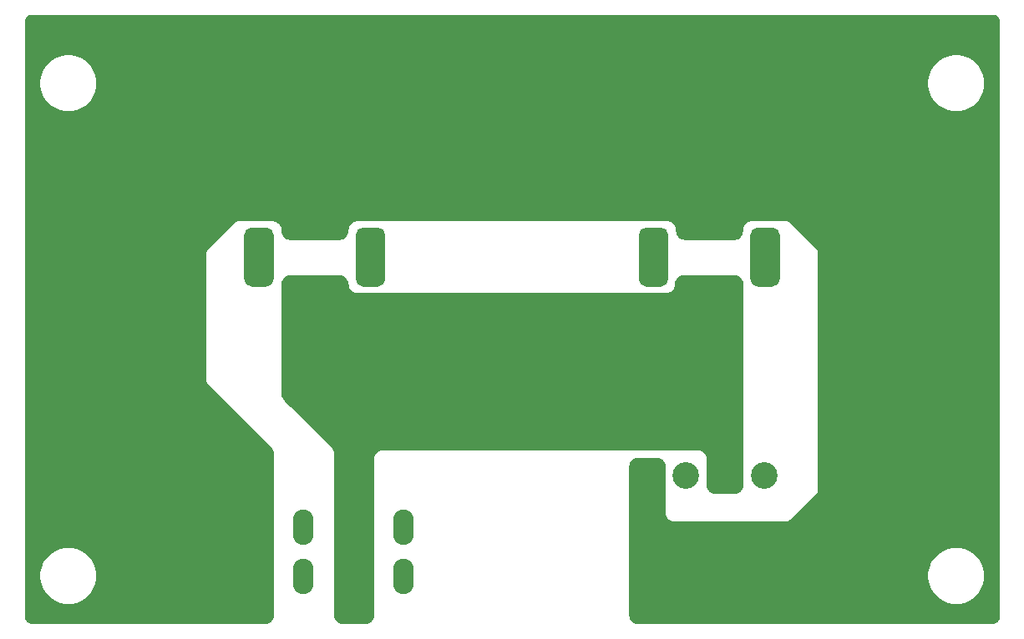
<source format=gbr>
%TF.GenerationSoftware,KiCad,Pcbnew,(5.1.6)-1*%
%TF.CreationDate,2020-12-17T23:04:28+01:00*%
%TF.ProjectId,Ingressi,496e6772-6573-4736-992e-6b696361645f,v1.0*%
%TF.SameCoordinates,Original*%
%TF.FileFunction,Copper,L1,Top*%
%TF.FilePolarity,Positive*%
%FSLAX46Y46*%
G04 Gerber Fmt 4.6, Leading zero omitted, Abs format (unit mm)*
G04 Created by KiCad (PCBNEW (5.1.6)-1) date 2020-12-17 23:04:28*
%MOMM*%
%LPD*%
G01*
G04 APERTURE LIST*
%TA.AperFunction,ComponentPad*%
%ADD10O,2.080000X3.600000*%
%TD*%
%TA.AperFunction,ComponentPad*%
%ADD11C,2.700000*%
%TD*%
%TA.AperFunction,Conductor*%
%ADD12C,0.254000*%
%TD*%
G04 APERTURE END LIST*
D10*
X58960000Y-82600000D03*
X53880000Y-82600000D03*
X64040000Y-82600000D03*
%TA.AperFunction,ComponentPad*%
G36*
G01*
X47760000Y-84150001D02*
X47760000Y-81049999D01*
G75*
G02*
X48009999Y-80800000I249999J0D01*
G01*
X49590001Y-80800000D01*
G75*
G02*
X49840000Y-81049999I0J-249999D01*
G01*
X49840000Y-84150001D01*
G75*
G02*
X49590001Y-84400000I-249999J0D01*
G01*
X48009999Y-84400000D01*
G75*
G02*
X47760000Y-84150001I0J249999D01*
G01*
G37*
%TD.AperFunction*%
%TA.AperFunction,ComponentPad*%
G36*
G01*
X47760000Y-79150001D02*
X47760000Y-76049999D01*
G75*
G02*
X48009999Y-75800000I249999J0D01*
G01*
X49590001Y-75800000D01*
G75*
G02*
X49840000Y-76049999I0J-249999D01*
G01*
X49840000Y-79150001D01*
G75*
G02*
X49590001Y-79400000I-249999J0D01*
G01*
X48009999Y-79400000D01*
G75*
G02*
X47760000Y-79150001I0J249999D01*
G01*
G37*
%TD.AperFunction*%
X53880000Y-77600000D03*
X64040000Y-77600000D03*
X58960000Y-77600000D03*
%TA.AperFunction,ComponentPad*%
G36*
G01*
X102164200Y-47933000D02*
X102164200Y-52433000D01*
G75*
G02*
X101414200Y-53183000I-750000J0D01*
G01*
X99914200Y-53183000D01*
G75*
G02*
X99164200Y-52433000I0J750000D01*
G01*
X99164200Y-47933000D01*
G75*
G02*
X99914200Y-47183000I750000J0D01*
G01*
X101414200Y-47183000D01*
G75*
G02*
X102164200Y-47933000I0J-750000D01*
G01*
G37*
%TD.AperFunction*%
%TA.AperFunction,ComponentPad*%
G36*
G01*
X92750000Y-52366000D02*
X97250000Y-52366000D01*
G75*
G02*
X98000000Y-53116000I0J-750000D01*
G01*
X98000000Y-54616000D01*
G75*
G02*
X97250000Y-55366000I-750000J0D01*
G01*
X92750000Y-55366000D01*
G75*
G02*
X92000000Y-54616000I0J750000D01*
G01*
X92000000Y-53116000D01*
G75*
G02*
X92750000Y-52366000I750000J0D01*
G01*
G37*
%TD.AperFunction*%
%TA.AperFunction,ComponentPad*%
G36*
G01*
X90861200Y-47933000D02*
X90861200Y-52433000D01*
G75*
G02*
X90111200Y-53183000I-750000J0D01*
G01*
X88611200Y-53183000D01*
G75*
G02*
X87861200Y-52433000I0J750000D01*
G01*
X87861200Y-47933000D01*
G75*
G02*
X88611200Y-47183000I750000J0D01*
G01*
X90111200Y-47183000D01*
G75*
G02*
X90861200Y-47933000I0J-750000D01*
G01*
G37*
%TD.AperFunction*%
%TA.AperFunction,ComponentPad*%
G36*
G01*
X97250000Y-48000000D02*
X92750000Y-48000000D01*
G75*
G02*
X92000000Y-47250000I0J750000D01*
G01*
X92000000Y-45750000D01*
G75*
G02*
X92750000Y-45000000I750000J0D01*
G01*
X97250000Y-45000000D01*
G75*
G02*
X98000000Y-45750000I0J-750000D01*
G01*
X98000000Y-47250000D01*
G75*
G02*
X97250000Y-48000000I-750000J0D01*
G01*
G37*
%TD.AperFunction*%
%TA.AperFunction,ComponentPad*%
G36*
G01*
X62164200Y-47933000D02*
X62164200Y-52433000D01*
G75*
G02*
X61414200Y-53183000I-750000J0D01*
G01*
X59914200Y-53183000D01*
G75*
G02*
X59164200Y-52433000I0J750000D01*
G01*
X59164200Y-47933000D01*
G75*
G02*
X59914200Y-47183000I750000J0D01*
G01*
X61414200Y-47183000D01*
G75*
G02*
X62164200Y-47933000I0J-750000D01*
G01*
G37*
%TD.AperFunction*%
%TA.AperFunction,ComponentPad*%
G36*
G01*
X52750000Y-52366000D02*
X57250000Y-52366000D01*
G75*
G02*
X58000000Y-53116000I0J-750000D01*
G01*
X58000000Y-54616000D01*
G75*
G02*
X57250000Y-55366000I-750000J0D01*
G01*
X52750000Y-55366000D01*
G75*
G02*
X52000000Y-54616000I0J750000D01*
G01*
X52000000Y-53116000D01*
G75*
G02*
X52750000Y-52366000I750000J0D01*
G01*
G37*
%TD.AperFunction*%
%TA.AperFunction,ComponentPad*%
G36*
G01*
X50861200Y-47933000D02*
X50861200Y-52433000D01*
G75*
G02*
X50111200Y-53183000I-750000J0D01*
G01*
X48611200Y-53183000D01*
G75*
G02*
X47861200Y-52433000I0J750000D01*
G01*
X47861200Y-47933000D01*
G75*
G02*
X48611200Y-47183000I750000J0D01*
G01*
X50111200Y-47183000D01*
G75*
G02*
X50861200Y-47933000I0J-750000D01*
G01*
G37*
%TD.AperFunction*%
%TA.AperFunction,ComponentPad*%
G36*
G01*
X57250000Y-48000000D02*
X52750000Y-48000000D01*
G75*
G02*
X52000000Y-47250000I0J750000D01*
G01*
X52000000Y-45750000D01*
G75*
G02*
X52750000Y-45000000I750000J0D01*
G01*
X57250000Y-45000000D01*
G75*
G02*
X58000000Y-45750000I0J-750000D01*
G01*
X58000000Y-47250000D01*
G75*
G02*
X57250000Y-48000000I-750000J0D01*
G01*
G37*
%TD.AperFunction*%
D11*
X100580000Y-72350000D03*
X96620000Y-72350000D03*
X92660000Y-72350000D03*
%TA.AperFunction,ComponentPad*%
G36*
G01*
X87350000Y-73449999D02*
X87350000Y-71250001D01*
G75*
G02*
X87600001Y-71000000I250001J0D01*
G01*
X89799999Y-71000000D01*
G75*
G02*
X90050000Y-71250001I0J-250001D01*
G01*
X90050000Y-73449999D01*
G75*
G02*
X89799999Y-73700000I-250001J0D01*
G01*
X87600001Y-73700000D01*
G75*
G02*
X87350000Y-73449999I0J250001D01*
G01*
G37*
%TD.AperFunction*%
D12*
G36*
X57671830Y-52147164D02*
G01*
X57835042Y-52204274D01*
X57981454Y-52296271D01*
X58103729Y-52418546D01*
X58195726Y-52564958D01*
X58252836Y-52728170D01*
X58296364Y-53114489D01*
X58302692Y-53142214D01*
X58369255Y-53332440D01*
X58381594Y-53358063D01*
X58488818Y-53528709D01*
X58506549Y-53550944D01*
X58649056Y-53693451D01*
X58671291Y-53711182D01*
X58841937Y-53818406D01*
X58867560Y-53830745D01*
X59057786Y-53897308D01*
X59085511Y-53903636D01*
X59285780Y-53926201D01*
X59300000Y-53927000D01*
X90600000Y-53927000D01*
X90614220Y-53926201D01*
X90814489Y-53903636D01*
X90842214Y-53897308D01*
X91032440Y-53830745D01*
X91058063Y-53818406D01*
X91228709Y-53711182D01*
X91250944Y-53693451D01*
X91393451Y-53550944D01*
X91411182Y-53528709D01*
X91518406Y-53358063D01*
X91530745Y-53332440D01*
X91597308Y-53142214D01*
X91603636Y-53114489D01*
X91647164Y-52728170D01*
X91704274Y-52564958D01*
X91796271Y-52418546D01*
X91918546Y-52296271D01*
X92064958Y-52204274D01*
X92228170Y-52147164D01*
X92407129Y-52127000D01*
X97542871Y-52127000D01*
X97721830Y-52147164D01*
X97885042Y-52204274D01*
X98031454Y-52296271D01*
X98153729Y-52418546D01*
X98245726Y-52564958D01*
X98302836Y-52728170D01*
X98323000Y-52907129D01*
X98323000Y-73292871D01*
X98302836Y-73471830D01*
X98245726Y-73635042D01*
X98153729Y-73781454D01*
X98031454Y-73903729D01*
X97885042Y-73995726D01*
X97721830Y-74052836D01*
X97542871Y-74073000D01*
X95607130Y-74073000D01*
X95428171Y-74052836D01*
X95264958Y-73995726D01*
X95118544Y-73903727D01*
X94996273Y-73781457D01*
X94904274Y-73635042D01*
X94847165Y-73471833D01*
X94827001Y-73292863D01*
X94827002Y-70649958D01*
X94826204Y-70635739D01*
X94803641Y-70435476D01*
X94797313Y-70407751D01*
X94730754Y-70217529D01*
X94718415Y-70191906D01*
X94611197Y-70021264D01*
X94593467Y-69999031D01*
X94450968Y-69856524D01*
X94428734Y-69838792D01*
X94258096Y-69731567D01*
X94232475Y-69719228D01*
X94042257Y-69652659D01*
X94014532Y-69646329D01*
X93814270Y-69623756D01*
X93800051Y-69622957D01*
X61910139Y-69621443D01*
X61895926Y-69622240D01*
X61695749Y-69644774D01*
X61668036Y-69651095D01*
X61477885Y-69717587D01*
X61452271Y-69729914D01*
X61281672Y-69837034D01*
X61259441Y-69854749D01*
X61116941Y-69997130D01*
X61099207Y-70019346D01*
X60991945Y-70189855D01*
X60979597Y-70215458D01*
X60912945Y-70405554D01*
X60906601Y-70433263D01*
X60883900Y-70633421D01*
X60883091Y-70647633D01*
X60870590Y-86493482D01*
X60850304Y-86672341D01*
X60793124Y-86835432D01*
X60701094Y-86981731D01*
X60578839Y-87103890D01*
X60432470Y-87195802D01*
X60269330Y-87252857D01*
X60090459Y-87273000D01*
X57853929Y-87273000D01*
X57674970Y-87252836D01*
X57511758Y-87195726D01*
X57365346Y-87103729D01*
X57243071Y-86981454D01*
X57151074Y-86835042D01*
X57093964Y-86671830D01*
X57073800Y-86492871D01*
X57073800Y-70143080D01*
X57073185Y-70130599D01*
X57055801Y-69954562D01*
X57050919Y-69930083D01*
X56999439Y-69760848D01*
X56989863Y-69737797D01*
X56906276Y-69581899D01*
X56892376Y-69561165D01*
X56779910Y-69424628D01*
X56771500Y-69415385D01*
X51958967Y-64622654D01*
X51858451Y-64500624D01*
X51786717Y-64366834D01*
X51742536Y-64221594D01*
X51727000Y-64064267D01*
X51727000Y-52907129D01*
X51747164Y-52728170D01*
X51804274Y-52564958D01*
X51896271Y-52418546D01*
X52018546Y-52296271D01*
X52164958Y-52204274D01*
X52328170Y-52147164D01*
X52507129Y-52127000D01*
X57492871Y-52127000D01*
X57671830Y-52147164D01*
G37*
X57671830Y-52147164D02*
X57835042Y-52204274D01*
X57981454Y-52296271D01*
X58103729Y-52418546D01*
X58195726Y-52564958D01*
X58252836Y-52728170D01*
X58296364Y-53114489D01*
X58302692Y-53142214D01*
X58369255Y-53332440D01*
X58381594Y-53358063D01*
X58488818Y-53528709D01*
X58506549Y-53550944D01*
X58649056Y-53693451D01*
X58671291Y-53711182D01*
X58841937Y-53818406D01*
X58867560Y-53830745D01*
X59057786Y-53897308D01*
X59085511Y-53903636D01*
X59285780Y-53926201D01*
X59300000Y-53927000D01*
X90600000Y-53927000D01*
X90614220Y-53926201D01*
X90814489Y-53903636D01*
X90842214Y-53897308D01*
X91032440Y-53830745D01*
X91058063Y-53818406D01*
X91228709Y-53711182D01*
X91250944Y-53693451D01*
X91393451Y-53550944D01*
X91411182Y-53528709D01*
X91518406Y-53358063D01*
X91530745Y-53332440D01*
X91597308Y-53142214D01*
X91603636Y-53114489D01*
X91647164Y-52728170D01*
X91704274Y-52564958D01*
X91796271Y-52418546D01*
X91918546Y-52296271D01*
X92064958Y-52204274D01*
X92228170Y-52147164D01*
X92407129Y-52127000D01*
X97542871Y-52127000D01*
X97721830Y-52147164D01*
X97885042Y-52204274D01*
X98031454Y-52296271D01*
X98153729Y-52418546D01*
X98245726Y-52564958D01*
X98302836Y-52728170D01*
X98323000Y-52907129D01*
X98323000Y-73292871D01*
X98302836Y-73471830D01*
X98245726Y-73635042D01*
X98153729Y-73781454D01*
X98031454Y-73903729D01*
X97885042Y-73995726D01*
X97721830Y-74052836D01*
X97542871Y-74073000D01*
X95607130Y-74073000D01*
X95428171Y-74052836D01*
X95264958Y-73995726D01*
X95118544Y-73903727D01*
X94996273Y-73781457D01*
X94904274Y-73635042D01*
X94847165Y-73471833D01*
X94827001Y-73292863D01*
X94827002Y-70649958D01*
X94826204Y-70635739D01*
X94803641Y-70435476D01*
X94797313Y-70407751D01*
X94730754Y-70217529D01*
X94718415Y-70191906D01*
X94611197Y-70021264D01*
X94593467Y-69999031D01*
X94450968Y-69856524D01*
X94428734Y-69838792D01*
X94258096Y-69731567D01*
X94232475Y-69719228D01*
X94042257Y-69652659D01*
X94014532Y-69646329D01*
X93814270Y-69623756D01*
X93800051Y-69622957D01*
X61910139Y-69621443D01*
X61895926Y-69622240D01*
X61695749Y-69644774D01*
X61668036Y-69651095D01*
X61477885Y-69717587D01*
X61452271Y-69729914D01*
X61281672Y-69837034D01*
X61259441Y-69854749D01*
X61116941Y-69997130D01*
X61099207Y-70019346D01*
X60991945Y-70189855D01*
X60979597Y-70215458D01*
X60912945Y-70405554D01*
X60906601Y-70433263D01*
X60883900Y-70633421D01*
X60883091Y-70647633D01*
X60870590Y-86493482D01*
X60850304Y-86672341D01*
X60793124Y-86835432D01*
X60701094Y-86981731D01*
X60578839Y-87103890D01*
X60432470Y-87195802D01*
X60269330Y-87252857D01*
X60090459Y-87273000D01*
X57853929Y-87273000D01*
X57674970Y-87252836D01*
X57511758Y-87195726D01*
X57365346Y-87103729D01*
X57243071Y-86981454D01*
X57151074Y-86835042D01*
X57093964Y-86671830D01*
X57073800Y-86492871D01*
X57073800Y-70143080D01*
X57073185Y-70130599D01*
X57055801Y-69954562D01*
X57050919Y-69930083D01*
X56999439Y-69760848D01*
X56989863Y-69737797D01*
X56906276Y-69581899D01*
X56892376Y-69561165D01*
X56779910Y-69424628D01*
X56771500Y-69415385D01*
X51958967Y-64622654D01*
X51858451Y-64500624D01*
X51786717Y-64366834D01*
X51742536Y-64221594D01*
X51727000Y-64064267D01*
X51727000Y-52907129D01*
X51747164Y-52728170D01*
X51804274Y-52564958D01*
X51896271Y-52418546D01*
X52018546Y-52296271D01*
X52164958Y-52204274D01*
X52328170Y-52147164D01*
X52507129Y-52127000D01*
X57492871Y-52127000D01*
X57671830Y-52147164D01*
G36*
X124081454Y-25796271D02*
G01*
X124203729Y-25918546D01*
X124290000Y-26055845D01*
X124290001Y-86844153D01*
X124203729Y-86981454D01*
X124081454Y-87103729D01*
X123935042Y-87195726D01*
X123771830Y-87252836D01*
X123592871Y-87273000D01*
X87757129Y-87273000D01*
X87578170Y-87252836D01*
X87414958Y-87195726D01*
X87268546Y-87103729D01*
X87146271Y-86981454D01*
X87054274Y-86835042D01*
X86997164Y-86671830D01*
X86977000Y-86492871D01*
X86977000Y-82207909D01*
X117034350Y-82207909D01*
X117034350Y-82792091D01*
X117148318Y-83365048D01*
X117371875Y-83904762D01*
X117696429Y-84390492D01*
X118109508Y-84803571D01*
X118595238Y-85128125D01*
X119134952Y-85351682D01*
X119707909Y-85465650D01*
X120292091Y-85465650D01*
X120865048Y-85351682D01*
X121404762Y-85128125D01*
X121890492Y-84803571D01*
X122303571Y-84390492D01*
X122628125Y-83904762D01*
X122851682Y-83365048D01*
X122965650Y-82792091D01*
X122965650Y-82207909D01*
X122851682Y-81634952D01*
X122628125Y-81095238D01*
X122303571Y-80609508D01*
X121890492Y-80196429D01*
X121404762Y-79871875D01*
X120865048Y-79648318D01*
X120292091Y-79534350D01*
X119707909Y-79534350D01*
X119134952Y-79648318D01*
X118595238Y-79871875D01*
X118109508Y-80196429D01*
X117696429Y-80609508D01*
X117371875Y-81095238D01*
X117148318Y-81634952D01*
X117034350Y-82207909D01*
X86977000Y-82207909D01*
X86977000Y-71407129D01*
X86997164Y-71228170D01*
X87054274Y-71064958D01*
X87146271Y-70918546D01*
X87268546Y-70796271D01*
X87414958Y-70704274D01*
X87578170Y-70647164D01*
X87757129Y-70627000D01*
X89642871Y-70627000D01*
X89821830Y-70647164D01*
X89985042Y-70704274D01*
X90131454Y-70796271D01*
X90253729Y-70918546D01*
X90345726Y-71064958D01*
X90402836Y-71228170D01*
X90423000Y-71407129D01*
X90423000Y-76100000D01*
X90423799Y-76114220D01*
X90446364Y-76314489D01*
X90452692Y-76342214D01*
X90519255Y-76532440D01*
X90531594Y-76558063D01*
X90638818Y-76728709D01*
X90656549Y-76750944D01*
X90799056Y-76893451D01*
X90821291Y-76911182D01*
X90991937Y-77018406D01*
X91017560Y-77030745D01*
X91207786Y-77097308D01*
X91235511Y-77103636D01*
X91435780Y-77126201D01*
X91450000Y-77127000D01*
X102627208Y-77127000D01*
X102639656Y-77126388D01*
X102815237Y-77109095D01*
X102839655Y-77104238D01*
X103008489Y-77053023D01*
X103031490Y-77043496D01*
X103187088Y-76960327D01*
X103207789Y-76946495D01*
X103344172Y-76834568D01*
X103353407Y-76826199D01*
X105826199Y-74353407D01*
X105834568Y-74344172D01*
X105946495Y-74207789D01*
X105960327Y-74187088D01*
X106043496Y-74031490D01*
X106053023Y-74008489D01*
X106104238Y-73839655D01*
X106109095Y-73815237D01*
X106126388Y-73639656D01*
X106127000Y-73627208D01*
X106127000Y-49872792D01*
X106126388Y-49860344D01*
X106109095Y-49684763D01*
X106104238Y-49660345D01*
X106053023Y-49491511D01*
X106043496Y-49468510D01*
X105960327Y-49312912D01*
X105946495Y-49292211D01*
X105834568Y-49155828D01*
X105826199Y-49146593D01*
X103353407Y-46673801D01*
X103344172Y-46665432D01*
X103207789Y-46553505D01*
X103187088Y-46539673D01*
X103031490Y-46456504D01*
X103008489Y-46446977D01*
X102839655Y-46395762D01*
X102815237Y-46390905D01*
X102639656Y-46373612D01*
X102627208Y-46373000D01*
X99300000Y-46373000D01*
X99285780Y-46373799D01*
X99085511Y-46396364D01*
X99057786Y-46402692D01*
X98867560Y-46469255D01*
X98841937Y-46481594D01*
X98671291Y-46588818D01*
X98649056Y-46606549D01*
X98506549Y-46749056D01*
X98488818Y-46771291D01*
X98381594Y-46941937D01*
X98369255Y-46967560D01*
X98302692Y-47157786D01*
X98296364Y-47185511D01*
X98273799Y-47385780D01*
X98273000Y-47400000D01*
X98273000Y-47492871D01*
X98252836Y-47671830D01*
X98195726Y-47835042D01*
X98103729Y-47981454D01*
X97981454Y-48103729D01*
X97835042Y-48195726D01*
X97671830Y-48252836D01*
X97492871Y-48273000D01*
X92507129Y-48273000D01*
X92328170Y-48252836D01*
X92164958Y-48195726D01*
X92018546Y-48103729D01*
X91896271Y-47981454D01*
X91804274Y-47835042D01*
X91747164Y-47671830D01*
X91727000Y-47492871D01*
X91727000Y-47400000D01*
X91726201Y-47385780D01*
X91703636Y-47185511D01*
X91697308Y-47157786D01*
X91630745Y-46967560D01*
X91618406Y-46941937D01*
X91511182Y-46771291D01*
X91493451Y-46749056D01*
X91350944Y-46606549D01*
X91328709Y-46588818D01*
X91158063Y-46481594D01*
X91132440Y-46469255D01*
X90942214Y-46402692D01*
X90914489Y-46396364D01*
X90714220Y-46373799D01*
X90700000Y-46373000D01*
X59300000Y-46373000D01*
X59285780Y-46373799D01*
X59085511Y-46396364D01*
X59057786Y-46402692D01*
X58867560Y-46469255D01*
X58841937Y-46481594D01*
X58671291Y-46588818D01*
X58649056Y-46606549D01*
X58506549Y-46749056D01*
X58488818Y-46771291D01*
X58381594Y-46941937D01*
X58369255Y-46967560D01*
X58302692Y-47157786D01*
X58296364Y-47185511D01*
X58273799Y-47385780D01*
X58273000Y-47400000D01*
X58273000Y-47492871D01*
X58252836Y-47671830D01*
X58195726Y-47835042D01*
X58103729Y-47981454D01*
X57981454Y-48103729D01*
X57835042Y-48195726D01*
X57671830Y-48252836D01*
X57492871Y-48273000D01*
X52507129Y-48273000D01*
X52328170Y-48252836D01*
X52164958Y-48195726D01*
X52018546Y-48103729D01*
X51896271Y-47981454D01*
X51804274Y-47835042D01*
X51747164Y-47671830D01*
X51727000Y-47492871D01*
X51727000Y-47400000D01*
X51726201Y-47385780D01*
X51703636Y-47185511D01*
X51697308Y-47157786D01*
X51630745Y-46967560D01*
X51618406Y-46941937D01*
X51511182Y-46771291D01*
X51493451Y-46749056D01*
X51350944Y-46606549D01*
X51328709Y-46588818D01*
X51158063Y-46481594D01*
X51132440Y-46469255D01*
X50942214Y-46402692D01*
X50914489Y-46396364D01*
X50714220Y-46373799D01*
X50700000Y-46373000D01*
X47372792Y-46373000D01*
X47360344Y-46373612D01*
X47184763Y-46390905D01*
X47160345Y-46395762D01*
X46991511Y-46446977D01*
X46968510Y-46456504D01*
X46812912Y-46539673D01*
X46792211Y-46553505D01*
X46655828Y-46665432D01*
X46646593Y-46673801D01*
X44173801Y-49146593D01*
X44165432Y-49155828D01*
X44053505Y-49292211D01*
X44039673Y-49312912D01*
X43956504Y-49468510D01*
X43946977Y-49491511D01*
X43895762Y-49660345D01*
X43890905Y-49684763D01*
X43873612Y-49860344D01*
X43873000Y-49872792D01*
X43873000Y-62547008D01*
X43873612Y-62559456D01*
X43890905Y-62735037D01*
X43895762Y-62759455D01*
X43946977Y-62928289D01*
X43956504Y-62951290D01*
X44039673Y-63106888D01*
X44053505Y-63127589D01*
X44165432Y-63263972D01*
X44173801Y-63273207D01*
X50492187Y-69591593D01*
X50592216Y-69713478D01*
X50663592Y-69847014D01*
X50707545Y-69991907D01*
X50723000Y-70148826D01*
X50723000Y-86492871D01*
X50702836Y-86671830D01*
X50645726Y-86835042D01*
X50553729Y-86981454D01*
X50431454Y-87103729D01*
X50285042Y-87195726D01*
X50121830Y-87252836D01*
X49942871Y-87273000D01*
X26407129Y-87273000D01*
X26228170Y-87252836D01*
X26064958Y-87195726D01*
X25918546Y-87103729D01*
X25796271Y-86981454D01*
X25710000Y-86844155D01*
X25710000Y-82207909D01*
X27034350Y-82207909D01*
X27034350Y-82792091D01*
X27148318Y-83365048D01*
X27371875Y-83904762D01*
X27696429Y-84390492D01*
X28109508Y-84803571D01*
X28595238Y-85128125D01*
X29134952Y-85351682D01*
X29707909Y-85465650D01*
X30292091Y-85465650D01*
X30865048Y-85351682D01*
X31404762Y-85128125D01*
X31890492Y-84803571D01*
X32303571Y-84390492D01*
X32628125Y-83904762D01*
X32851682Y-83365048D01*
X32965650Y-82792091D01*
X32965650Y-82207909D01*
X32851682Y-81634952D01*
X32628125Y-81095238D01*
X32303571Y-80609508D01*
X31890492Y-80196429D01*
X31404762Y-79871875D01*
X30865048Y-79648318D01*
X30292091Y-79534350D01*
X29707909Y-79534350D01*
X29134952Y-79648318D01*
X28595238Y-79871875D01*
X28109508Y-80196429D01*
X27696429Y-80609508D01*
X27371875Y-81095238D01*
X27148318Y-81634952D01*
X27034350Y-82207909D01*
X25710000Y-82207909D01*
X25710000Y-32207909D01*
X27034350Y-32207909D01*
X27034350Y-32792091D01*
X27148318Y-33365048D01*
X27371875Y-33904762D01*
X27696429Y-34390492D01*
X28109508Y-34803571D01*
X28595238Y-35128125D01*
X29134952Y-35351682D01*
X29707909Y-35465650D01*
X30292091Y-35465650D01*
X30865048Y-35351682D01*
X31404762Y-35128125D01*
X31890492Y-34803571D01*
X32303571Y-34390492D01*
X32628125Y-33904762D01*
X32851682Y-33365048D01*
X32965650Y-32792091D01*
X32965650Y-32207909D01*
X117034350Y-32207909D01*
X117034350Y-32792091D01*
X117148318Y-33365048D01*
X117371875Y-33904762D01*
X117696429Y-34390492D01*
X118109508Y-34803571D01*
X118595238Y-35128125D01*
X119134952Y-35351682D01*
X119707909Y-35465650D01*
X120292091Y-35465650D01*
X120865048Y-35351682D01*
X121404762Y-35128125D01*
X121890492Y-34803571D01*
X122303571Y-34390492D01*
X122628125Y-33904762D01*
X122851682Y-33365048D01*
X122965650Y-32792091D01*
X122965650Y-32207909D01*
X122851682Y-31634952D01*
X122628125Y-31095238D01*
X122303571Y-30609508D01*
X121890492Y-30196429D01*
X121404762Y-29871875D01*
X120865048Y-29648318D01*
X120292091Y-29534350D01*
X119707909Y-29534350D01*
X119134952Y-29648318D01*
X118595238Y-29871875D01*
X118109508Y-30196429D01*
X117696429Y-30609508D01*
X117371875Y-31095238D01*
X117148318Y-31634952D01*
X117034350Y-32207909D01*
X32965650Y-32207909D01*
X32851682Y-31634952D01*
X32628125Y-31095238D01*
X32303571Y-30609508D01*
X31890492Y-30196429D01*
X31404762Y-29871875D01*
X30865048Y-29648318D01*
X30292091Y-29534350D01*
X29707909Y-29534350D01*
X29134952Y-29648318D01*
X28595238Y-29871875D01*
X28109508Y-30196429D01*
X27696429Y-30609508D01*
X27371875Y-31095238D01*
X27148318Y-31634952D01*
X27034350Y-32207909D01*
X25710000Y-32207909D01*
X25710000Y-26055845D01*
X25796271Y-25918546D01*
X25918546Y-25796271D01*
X26055845Y-25710000D01*
X123944155Y-25710000D01*
X124081454Y-25796271D01*
G37*
X124081454Y-25796271D02*
X124203729Y-25918546D01*
X124290000Y-26055845D01*
X124290001Y-86844153D01*
X124203729Y-86981454D01*
X124081454Y-87103729D01*
X123935042Y-87195726D01*
X123771830Y-87252836D01*
X123592871Y-87273000D01*
X87757129Y-87273000D01*
X87578170Y-87252836D01*
X87414958Y-87195726D01*
X87268546Y-87103729D01*
X87146271Y-86981454D01*
X87054274Y-86835042D01*
X86997164Y-86671830D01*
X86977000Y-86492871D01*
X86977000Y-82207909D01*
X117034350Y-82207909D01*
X117034350Y-82792091D01*
X117148318Y-83365048D01*
X117371875Y-83904762D01*
X117696429Y-84390492D01*
X118109508Y-84803571D01*
X118595238Y-85128125D01*
X119134952Y-85351682D01*
X119707909Y-85465650D01*
X120292091Y-85465650D01*
X120865048Y-85351682D01*
X121404762Y-85128125D01*
X121890492Y-84803571D01*
X122303571Y-84390492D01*
X122628125Y-83904762D01*
X122851682Y-83365048D01*
X122965650Y-82792091D01*
X122965650Y-82207909D01*
X122851682Y-81634952D01*
X122628125Y-81095238D01*
X122303571Y-80609508D01*
X121890492Y-80196429D01*
X121404762Y-79871875D01*
X120865048Y-79648318D01*
X120292091Y-79534350D01*
X119707909Y-79534350D01*
X119134952Y-79648318D01*
X118595238Y-79871875D01*
X118109508Y-80196429D01*
X117696429Y-80609508D01*
X117371875Y-81095238D01*
X117148318Y-81634952D01*
X117034350Y-82207909D01*
X86977000Y-82207909D01*
X86977000Y-71407129D01*
X86997164Y-71228170D01*
X87054274Y-71064958D01*
X87146271Y-70918546D01*
X87268546Y-70796271D01*
X87414958Y-70704274D01*
X87578170Y-70647164D01*
X87757129Y-70627000D01*
X89642871Y-70627000D01*
X89821830Y-70647164D01*
X89985042Y-70704274D01*
X90131454Y-70796271D01*
X90253729Y-70918546D01*
X90345726Y-71064958D01*
X90402836Y-71228170D01*
X90423000Y-71407129D01*
X90423000Y-76100000D01*
X90423799Y-76114220D01*
X90446364Y-76314489D01*
X90452692Y-76342214D01*
X90519255Y-76532440D01*
X90531594Y-76558063D01*
X90638818Y-76728709D01*
X90656549Y-76750944D01*
X90799056Y-76893451D01*
X90821291Y-76911182D01*
X90991937Y-77018406D01*
X91017560Y-77030745D01*
X91207786Y-77097308D01*
X91235511Y-77103636D01*
X91435780Y-77126201D01*
X91450000Y-77127000D01*
X102627208Y-77127000D01*
X102639656Y-77126388D01*
X102815237Y-77109095D01*
X102839655Y-77104238D01*
X103008489Y-77053023D01*
X103031490Y-77043496D01*
X103187088Y-76960327D01*
X103207789Y-76946495D01*
X103344172Y-76834568D01*
X103353407Y-76826199D01*
X105826199Y-74353407D01*
X105834568Y-74344172D01*
X105946495Y-74207789D01*
X105960327Y-74187088D01*
X106043496Y-74031490D01*
X106053023Y-74008489D01*
X106104238Y-73839655D01*
X106109095Y-73815237D01*
X106126388Y-73639656D01*
X106127000Y-73627208D01*
X106127000Y-49872792D01*
X106126388Y-49860344D01*
X106109095Y-49684763D01*
X106104238Y-49660345D01*
X106053023Y-49491511D01*
X106043496Y-49468510D01*
X105960327Y-49312912D01*
X105946495Y-49292211D01*
X105834568Y-49155828D01*
X105826199Y-49146593D01*
X103353407Y-46673801D01*
X103344172Y-46665432D01*
X103207789Y-46553505D01*
X103187088Y-46539673D01*
X103031490Y-46456504D01*
X103008489Y-46446977D01*
X102839655Y-46395762D01*
X102815237Y-46390905D01*
X102639656Y-46373612D01*
X102627208Y-46373000D01*
X99300000Y-46373000D01*
X99285780Y-46373799D01*
X99085511Y-46396364D01*
X99057786Y-46402692D01*
X98867560Y-46469255D01*
X98841937Y-46481594D01*
X98671291Y-46588818D01*
X98649056Y-46606549D01*
X98506549Y-46749056D01*
X98488818Y-46771291D01*
X98381594Y-46941937D01*
X98369255Y-46967560D01*
X98302692Y-47157786D01*
X98296364Y-47185511D01*
X98273799Y-47385780D01*
X98273000Y-47400000D01*
X98273000Y-47492871D01*
X98252836Y-47671830D01*
X98195726Y-47835042D01*
X98103729Y-47981454D01*
X97981454Y-48103729D01*
X97835042Y-48195726D01*
X97671830Y-48252836D01*
X97492871Y-48273000D01*
X92507129Y-48273000D01*
X92328170Y-48252836D01*
X92164958Y-48195726D01*
X92018546Y-48103729D01*
X91896271Y-47981454D01*
X91804274Y-47835042D01*
X91747164Y-47671830D01*
X91727000Y-47492871D01*
X91727000Y-47400000D01*
X91726201Y-47385780D01*
X91703636Y-47185511D01*
X91697308Y-47157786D01*
X91630745Y-46967560D01*
X91618406Y-46941937D01*
X91511182Y-46771291D01*
X91493451Y-46749056D01*
X91350944Y-46606549D01*
X91328709Y-46588818D01*
X91158063Y-46481594D01*
X91132440Y-46469255D01*
X90942214Y-46402692D01*
X90914489Y-46396364D01*
X90714220Y-46373799D01*
X90700000Y-46373000D01*
X59300000Y-46373000D01*
X59285780Y-46373799D01*
X59085511Y-46396364D01*
X59057786Y-46402692D01*
X58867560Y-46469255D01*
X58841937Y-46481594D01*
X58671291Y-46588818D01*
X58649056Y-46606549D01*
X58506549Y-46749056D01*
X58488818Y-46771291D01*
X58381594Y-46941937D01*
X58369255Y-46967560D01*
X58302692Y-47157786D01*
X58296364Y-47185511D01*
X58273799Y-47385780D01*
X58273000Y-47400000D01*
X58273000Y-47492871D01*
X58252836Y-47671830D01*
X58195726Y-47835042D01*
X58103729Y-47981454D01*
X57981454Y-48103729D01*
X57835042Y-48195726D01*
X57671830Y-48252836D01*
X57492871Y-48273000D01*
X52507129Y-48273000D01*
X52328170Y-48252836D01*
X52164958Y-48195726D01*
X52018546Y-48103729D01*
X51896271Y-47981454D01*
X51804274Y-47835042D01*
X51747164Y-47671830D01*
X51727000Y-47492871D01*
X51727000Y-47400000D01*
X51726201Y-47385780D01*
X51703636Y-47185511D01*
X51697308Y-47157786D01*
X51630745Y-46967560D01*
X51618406Y-46941937D01*
X51511182Y-46771291D01*
X51493451Y-46749056D01*
X51350944Y-46606549D01*
X51328709Y-46588818D01*
X51158063Y-46481594D01*
X51132440Y-46469255D01*
X50942214Y-46402692D01*
X50914489Y-46396364D01*
X50714220Y-46373799D01*
X50700000Y-46373000D01*
X47372792Y-46373000D01*
X47360344Y-46373612D01*
X47184763Y-46390905D01*
X47160345Y-46395762D01*
X46991511Y-46446977D01*
X46968510Y-46456504D01*
X46812912Y-46539673D01*
X46792211Y-46553505D01*
X46655828Y-46665432D01*
X46646593Y-46673801D01*
X44173801Y-49146593D01*
X44165432Y-49155828D01*
X44053505Y-49292211D01*
X44039673Y-49312912D01*
X43956504Y-49468510D01*
X43946977Y-49491511D01*
X43895762Y-49660345D01*
X43890905Y-49684763D01*
X43873612Y-49860344D01*
X43873000Y-49872792D01*
X43873000Y-62547008D01*
X43873612Y-62559456D01*
X43890905Y-62735037D01*
X43895762Y-62759455D01*
X43946977Y-62928289D01*
X43956504Y-62951290D01*
X44039673Y-63106888D01*
X44053505Y-63127589D01*
X44165432Y-63263972D01*
X44173801Y-63273207D01*
X50492187Y-69591593D01*
X50592216Y-69713478D01*
X50663592Y-69847014D01*
X50707545Y-69991907D01*
X50723000Y-70148826D01*
X50723000Y-86492871D01*
X50702836Y-86671830D01*
X50645726Y-86835042D01*
X50553729Y-86981454D01*
X50431454Y-87103729D01*
X50285042Y-87195726D01*
X50121830Y-87252836D01*
X49942871Y-87273000D01*
X26407129Y-87273000D01*
X26228170Y-87252836D01*
X26064958Y-87195726D01*
X25918546Y-87103729D01*
X25796271Y-86981454D01*
X25710000Y-86844155D01*
X25710000Y-82207909D01*
X27034350Y-82207909D01*
X27034350Y-82792091D01*
X27148318Y-83365048D01*
X27371875Y-83904762D01*
X27696429Y-84390492D01*
X28109508Y-84803571D01*
X28595238Y-85128125D01*
X29134952Y-85351682D01*
X29707909Y-85465650D01*
X30292091Y-85465650D01*
X30865048Y-85351682D01*
X31404762Y-85128125D01*
X31890492Y-84803571D01*
X32303571Y-84390492D01*
X32628125Y-83904762D01*
X32851682Y-83365048D01*
X32965650Y-82792091D01*
X32965650Y-82207909D01*
X32851682Y-81634952D01*
X32628125Y-81095238D01*
X32303571Y-80609508D01*
X31890492Y-80196429D01*
X31404762Y-79871875D01*
X30865048Y-79648318D01*
X30292091Y-79534350D01*
X29707909Y-79534350D01*
X29134952Y-79648318D01*
X28595238Y-79871875D01*
X28109508Y-80196429D01*
X27696429Y-80609508D01*
X27371875Y-81095238D01*
X27148318Y-81634952D01*
X27034350Y-82207909D01*
X25710000Y-82207909D01*
X25710000Y-32207909D01*
X27034350Y-32207909D01*
X27034350Y-32792091D01*
X27148318Y-33365048D01*
X27371875Y-33904762D01*
X27696429Y-34390492D01*
X28109508Y-34803571D01*
X28595238Y-35128125D01*
X29134952Y-35351682D01*
X29707909Y-35465650D01*
X30292091Y-35465650D01*
X30865048Y-35351682D01*
X31404762Y-35128125D01*
X31890492Y-34803571D01*
X32303571Y-34390492D01*
X32628125Y-33904762D01*
X32851682Y-33365048D01*
X32965650Y-32792091D01*
X32965650Y-32207909D01*
X117034350Y-32207909D01*
X117034350Y-32792091D01*
X117148318Y-33365048D01*
X117371875Y-33904762D01*
X117696429Y-34390492D01*
X118109508Y-34803571D01*
X118595238Y-35128125D01*
X119134952Y-35351682D01*
X119707909Y-35465650D01*
X120292091Y-35465650D01*
X120865048Y-35351682D01*
X121404762Y-35128125D01*
X121890492Y-34803571D01*
X122303571Y-34390492D01*
X122628125Y-33904762D01*
X122851682Y-33365048D01*
X122965650Y-32792091D01*
X122965650Y-32207909D01*
X122851682Y-31634952D01*
X122628125Y-31095238D01*
X122303571Y-30609508D01*
X121890492Y-30196429D01*
X121404762Y-29871875D01*
X120865048Y-29648318D01*
X120292091Y-29534350D01*
X119707909Y-29534350D01*
X119134952Y-29648318D01*
X118595238Y-29871875D01*
X118109508Y-30196429D01*
X117696429Y-30609508D01*
X117371875Y-31095238D01*
X117148318Y-31634952D01*
X117034350Y-32207909D01*
X32965650Y-32207909D01*
X32851682Y-31634952D01*
X32628125Y-31095238D01*
X32303571Y-30609508D01*
X31890492Y-30196429D01*
X31404762Y-29871875D01*
X30865048Y-29648318D01*
X30292091Y-29534350D01*
X29707909Y-29534350D01*
X29134952Y-29648318D01*
X28595238Y-29871875D01*
X28109508Y-30196429D01*
X27696429Y-30609508D01*
X27371875Y-31095238D01*
X27148318Y-31634952D01*
X27034350Y-32207909D01*
X25710000Y-32207909D01*
X25710000Y-26055845D01*
X25796271Y-25918546D01*
X25918546Y-25796271D01*
X26055845Y-25710000D01*
X123944155Y-25710000D01*
X124081454Y-25796271D01*
M02*

</source>
